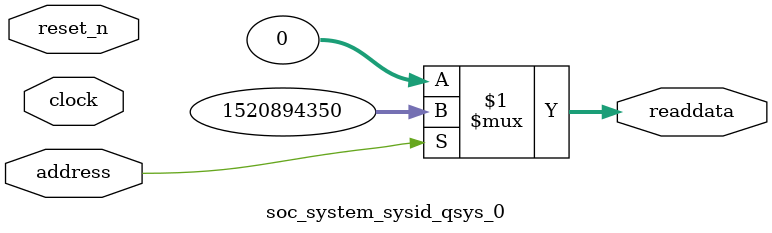
<source format=v>



// synthesis translate_off
`timescale 1ns / 1ps
// synthesis translate_on

// turn off superfluous verilog processor warnings 
// altera message_level Level1 
// altera message_off 10034 10035 10036 10037 10230 10240 10030 

module soc_system_sysid_qsys_0 (
               // inputs:
                address,
                clock,
                reset_n,

               // outputs:
                readdata
             )
;

  output  [ 31: 0] readdata;
  input            address;
  input            clock;
  input            reset_n;

  wire    [ 31: 0] readdata;
  //control_slave, which is an e_avalon_slave
  assign readdata = address ? 1520894350 : 0;

endmodule



</source>
